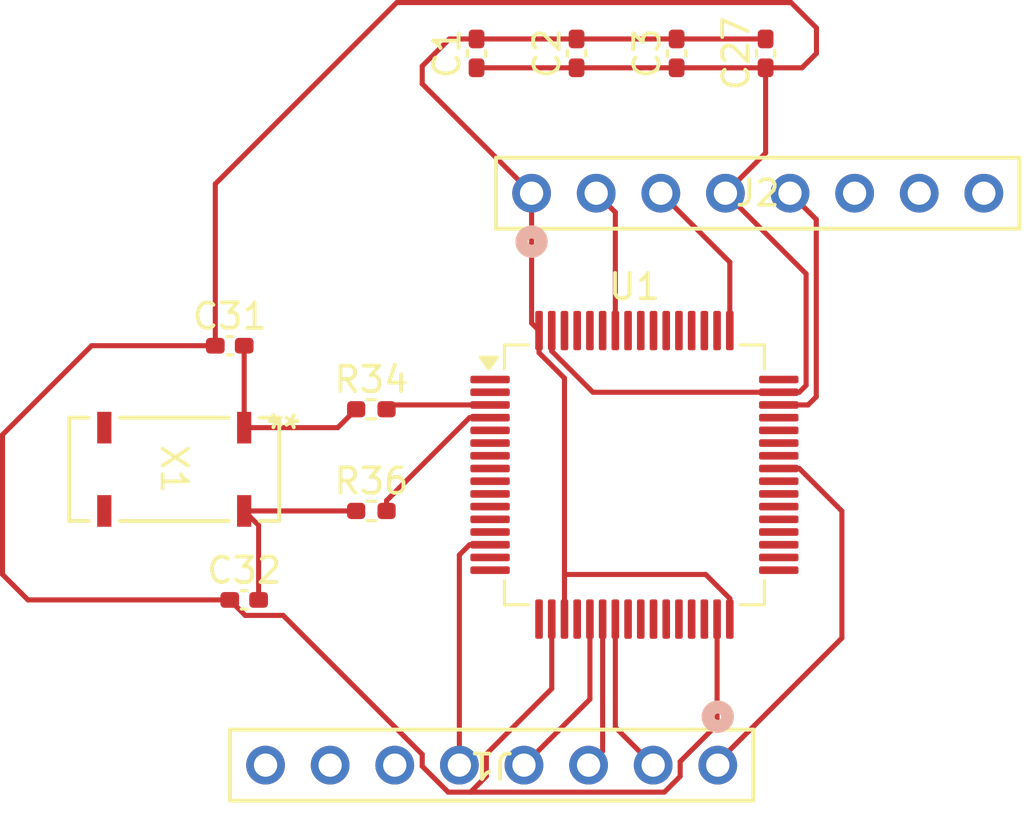
<source format=kicad_pcb>
(kicad_pcb (version 20240108) (generator "pcbnew") (generator_version "8.0")
  (layers (0 "F.Cu" signal) (31 "B.Cu" signal) (34 "B.Paste" user) (35 "F.Paste" user) (36 "B.SilkS" user "B.Silkscreen") (37 "F.SilkS" user "F.Silkscreen") (38 "B.Mask" user) (39 "F.Mask" user) (44 "Edge.Cuts" user))
  (net 0 "")
  (net 1 "GND")
  (net 2 "Net-(C31-Pad2)")
  (net 3 "Net-(C32-Pad2)")
  (net 4 "/GPIO_EXTIO")
  (net 5 "/SCK")
  (net 7 "/TX_TP")
  (net 8 "/MISO")
  (net 9 "/MOSI")
  (net 12 "/SWDIO")
  (net 13 "/SWCLK")
  (net 14 "/SPI1_NSS")
  (net 18 "Net-(U1-PC14)")
  (net 19 "Net-(U1-PC15)")
  (net 69 "/<NO NET>")
  (footprint "Capacitor_SMD:C_0402_1005Metric_Pad0.74x0.62mm_HandSolder" (layer "F.Cu") (at 150 74 90)
    (property "Reference" "C27" (at 0 -1.16 -90) (layer "F.SilkS"))
    (property "Value" "100n")
    (fp_line (start -0.115835 -0.36) (end 0.115835 -0.36) (stroke (width 0.12)) (layer "F.SilkS"))
    (fp_line (start -0.115835 0.36) (end 0.115835 0.36) (stroke (width 0.12)) (layer "F.SilkS"))
    (pad "1" smd roundrect (at -0.5675 0 90) (size 0.735 0.62) (layers "F.Cu" "F.Paste" "F.Mask") (net 1 "GND"))
    (pad "2" smd roundrect (at 0.5675 0 90) (size 0.735 0.62) (layers "F.Cu" "F.Paste" "F.Mask") (net 69 "/<NO NET>"))
  )
  (footprint "Resistor_SMD:R_0402_1005Metric_Pad0.72x0.64mm_HandSolder" (layer "F.Cu") (at 134.5 92)
    (property "Reference" "R36" (at 0 -1.17 0) (layer "F.SilkS"))
    (property "Value" "0")
    (fp_line (start -0.167621 -0.38) (end 0.167621 -0.38) (stroke (width 0.12)) (layer "F.SilkS"))
    (fp_line (start -0.167621 0.38) (end 0.167621 0.38) (stroke (width 0.12)) (layer "F.SilkS"))
    (pad "1" smd roundrect (at -0.5975 0) (size 0.715 0.64) (layers "F.Cu" "F.Paste" "F.Mask") (net 3 "Net-(C32-Pad2)"))
    (pad "2" smd roundrect (at 0.5975 0) (size 0.715 0.64) (layers "F.Cu" "F.Paste" "F.Mask") (net 19 "Net-(U1-PC15)"))
  )
  (footprint "Capacitor_SMD:C_0402_1005Metric_Pad0.74x0.62mm_HandSolder" (layer "F.Cu") (at 128.9325 85.5)
    (property "Reference" "C31" (at 0 -1.16 0) (layer "F.SilkS"))
    (property "Value" "4.3p")
    (fp_line (start -0.115835 -0.36) (end 0.115835 -0.36) (stroke (width 0.12)) (layer "F.SilkS"))
    (fp_line (start -0.115835 0.36) (end 0.115835 0.36) (stroke (width 0.12)) (layer "F.SilkS"))
    (pad "1" smd roundrect (at -0.5675 0) (size 0.735 0.62) (layers "F.Cu" "F.Paste" "F.Mask") (net 1 "GND"))
    (pad "2" smd roundrect (at 0.5675 0) (size 0.735 0.62) (layers "F.Cu" "F.Paste" "F.Mask") (net 2 "Net-(C31-Pad2)"))
  )
  (footprint "Capacitor_SMD:C_0402_1005Metric_Pad0.74x0.62mm_HandSolder" (layer "F.Cu") (at 142.5675 74 90)
    (property "Reference" "C2" (at 0 -1.16 -90) (layer "F.SilkS"))
    (property "Value" "100n")
    (fp_line (start -0.115835 -0.36) (end 0.115835 -0.36) (stroke (width 0.12)) (layer "F.SilkS"))
    (fp_line (start -0.115835 0.36) (end 0.115835 0.36) (stroke (width 0.12)) (layer "F.SilkS"))
    (pad "1" smd roundrect (at -0.5675 0 90) (size 0.735 0.62) (layers "F.Cu" "F.Paste" "F.Mask") (net 1 "GND"))
    (pad "2" smd roundrect (at 0.5675 0 90) (size 0.735 0.62) (layers "F.Cu" "F.Paste" "F.Mask") (net 69 "/<NO NET>"))
  )
  (footprint "Capacitor_SMD:C_0402_1005Metric_Pad0.74x0.62mm_HandSolder" (layer "F.Cu") (at 146.5 74 90)
    (property "Reference" "C3" (at 0 -1.16 -90) (layer "F.SilkS"))
    (property "Value" "100n")
    (fp_line (start -0.115835 -0.36) (end 0.115835 -0.36) (stroke (width 0.12)) (layer "F.SilkS"))
    (fp_line (start -0.115835 0.36) (end 0.115835 0.36) (stroke (width 0.12)) (layer "F.SilkS"))
    (pad "1" smd roundrect (at -0.5675 0 90) (size 0.735 0.62) (layers "F.Cu" "F.Paste" "F.Mask") (net 1 "GND"))
    (pad "2" smd roundrect (at 0.5675 0 90) (size 0.735 0.62) (layers "F.Cu" "F.Paste" "F.Mask") (net 69 "/<NO NET>"))
  )
  (footprint "Package_QFP:LQFP-64_10x10mm_P0.5mm" (layer "F.Cu") (at 144.8425 90.58)
    (property "Reference" "U1" (at 0 -7.4 0) (layer "F.SilkS"))
    (property "Value" "STM32L476RGTx")
    (fp_line (start -5.11 -5.11) (end -5.11 -4.16) (stroke (width 0.12)) (layer "F.SilkS"))
    (fp_line (start -5.11 5.11) (end -5.11 4.16) (stroke (width 0.12)) (layer "F.SilkS"))
    (fp_line (start -4.16 -5.11) (end -5.11 -5.11) (stroke (width 0.12)) (layer "F.SilkS"))
    (fp_line (start -4.16 5.11) (end -5.11 5.11) (stroke (width 0.12)) (layer "F.SilkS"))
    (fp_line (start 4.16 -5.11) (end 5.11 -5.11) (stroke (width 0.12)) (layer "F.SilkS"))
    (fp_line (start 4.16 5.11) (end 5.11 5.11) (stroke (width 0.12)) (layer "F.SilkS"))
    (fp_line (start 5.11 -5.11) (end 5.11 -4.16) (stroke (width 0.12)) (layer "F.SilkS"))
    (fp_line (start 5.11 5.11) (end 5.11 4.16) (stroke (width 0.12)) (layer "F.SilkS"))
    (fp_poly (pts (xy -5.725 -4.16) (xy -6.065 -4.63) (xy -5.385 -4.63) (xy -5.725 -4.16)) (stroke (width 0.12)) (fill solid) (layer "F.SilkS"))
    (pad "1" smd roundrect (at -5.675 -3.75) (size 1.55 0.3) (layers "F.Cu" "F.Paste" "F.Mask"))
    (pad "2" smd roundrect (at -5.675 -3.25) (size 1.55 0.3) (layers "F.Cu" "F.Paste" "F.Mask"))
    (pad "3" smd roundrect (at -5.675 -2.75) (size 1.55 0.3) (layers "F.Cu" "F.Paste" "F.Mask") (net 18 "Net-(U1-PC14)"))
    (pad "4" smd roundrect (at -5.675 -2.25) (size 1.55 0.3) (layers "F.Cu" "F.Paste" "F.Mask") (net 19 "Net-(U1-PC15)"))
    (pad "5" smd roundrect (at -5.675 -1.75) (size 1.55 0.3) (layers "F.Cu" "F.Paste" "F.Mask"))
    (pad "6" smd roundrect (at -5.675 -1.25) (size 1.55 0.3) (layers "F.Cu" "F.Paste" "F.Mask"))
    (pad "7" smd roundrect (at -5.675 -0.75) (size 1.55 0.3) (layers "F.Cu" "F.Paste" "F.Mask"))
    (pad "8" smd roundrect (at -5.675 -0.25) (size 1.55 0.3) (layers "F.Cu" "F.Paste" "F.Mask"))
    (pad "9" smd roundrect (at -5.675 0.25) (size 1.55 0.3) (layers "F.Cu" "F.Paste" "F.Mask"))
    (pad "10" smd roundrect (at -5.675 0.75) (size 1.55 0.3) (layers "F.Cu" "F.Paste" "F.Mask"))
    (pad "11" smd roundrect (at -5.675 1.25) (size 1.55 0.3) (layers "F.Cu" "F.Paste" "F.Mask"))
    (pad "12" smd roundrect (at -5.675 1.75) (size 1.55 0.3) (layers "F.Cu" "F.Paste" "F.Mask"))
    (pad "13" smd roundrect (at -5.675 2.25) (size 1.55 0.3) (layers "F.Cu" "F.Paste" "F.Mask"))
    (pad "14" smd roundrect (at -5.675 2.75) (size 1.55 0.3) (layers "F.Cu" "F.Paste" "F.Mask") (net 4 "/GPIO_EXTIO"))
    (pad "15" smd roundrect (at -5.675 3.25) (size 1.55 0.3) (layers "F.Cu" "F.Paste" "F.Mask"))
    (pad "16" smd roundrect (at -5.675 3.75) (size 1.55 0.3) (layers "F.Cu" "F.Paste" "F.Mask"))
    (pad "17" smd roundrect (at -3.75 5.675) (size 0.3 1.55) (layers "F.Cu" "F.Paste" "F.Mask"))
    (pad "18" smd roundrect (at -3.25 5.675) (size 0.3 1.55) (layers "F.Cu" "F.Paste" "F.Mask") (net 1 "GND"))
    (pad "19" smd roundrect (at -2.75 5.675) (size 0.3 1.55) (layers "F.Cu" "F.Paste" "F.Mask") (net 69 "/<NO NET>"))
    (pad "20" smd roundrect (at -2.25 5.675) (size 0.3 1.55) (layers "F.Cu" "F.Paste" "F.Mask"))
    (pad "21" smd roundrect (at -1.75 5.675) (size 0.3 1.55) (layers "F.Cu" "F.Paste" "F.Mask") (net 5 "/SCK"))
    (pad "22" smd roundrect (at -1.25 5.675) (size 0.3 1.55) (layers "F.Cu" "F.Paste" "F.Mask") (net 8 "/MISO"))
    (pad "23" smd roundrect (at -0.75 5.675) (size 0.3 1.55) (layers "F.Cu" "F.Paste" "F.Mask") (net 9 "/MOSI"))
    (pad "24" smd roundrect (at -0.25 5.675) (size 0.3 1.55) (layers "F.Cu" "F.Paste" "F.Mask"))
    (pad "25" smd roundrect (at 0.25 5.675) (size 0.3 1.55) (layers "F.Cu" "F.Paste" "F.Mask"))
    (pad "26" smd roundrect (at 0.75 5.675) (size 0.3 1.55) (layers "F.Cu" "F.Paste" "F.Mask"))
    (pad "27" smd roundrect (at 1.25 5.675) (size 0.3 1.55) (layers "F.Cu" "F.Paste" "F.Mask"))
    (pad "28" smd roundrect (at 1.75 5.675) (size 0.3 1.55) (layers "F.Cu" "F.Paste" "F.Mask"))
    (pad "29" smd roundrect (at 2.25 5.675) (size 0.3 1.55) (layers "F.Cu" "F.Paste" "F.Mask"))
    (pad "30" smd roundrect (at 2.75 5.675) (size 0.3 1.55) (layers "F.Cu" "F.Paste" "F.Mask"))
    (pad "31" smd roundrect (at 3.25 5.675) (size 0.3 1.55) (layers "F.Cu" "F.Paste" "F.Mask") (net 1 "GND"))
    (pad "32" smd roundrect (at 3.75 5.675) (size 0.3 1.55) (layers "F.Cu" "F.Paste" "F.Mask") (net 69 "/<NO NET>"))
    (pad "33" smd roundrect (at 5.675 3.75) (size 1.55 0.3) (layers "F.Cu" "F.Paste" "F.Mask"))
    (pad "34" smd roundrect (at 5.675 3.25) (size 1.55 0.3) (layers "F.Cu" "F.Paste" "F.Mask"))
    (pad "35" smd roundrect (at 5.675 2.75) (size 1.55 0.3) (layers "F.Cu" "F.Paste" "F.Mask"))
    (pad "36" smd roundrect (at 5.675 2.25) (size 1.55 0.3) (layers "F.Cu" "F.Paste" "F.Mask"))
    (pad "37" smd roundrect (at 5.675 1.75) (size 1.55 0.3) (layers "F.Cu" "F.Paste" "F.Mask"))
    (pad "38" smd roundrect (at 5.675 1.25) (size 1.55 0.3) (layers "F.Cu" "F.Paste" "F.Mask"))
    (pad "39" smd roundrect (at 5.675 0.75) (size 1.55 0.3) (layers "F.Cu" "F.Paste" "F.Mask"))
    (pad "40" smd roundrect (at 5.675 0.25) (size 1.55 0.3) (layers "F.Cu" "F.Paste" "F.Mask"))
    (pad "41" smd roundrect (at 5.675 -0.25) (size 1.55 0.3) (layers "F.Cu" "F.Paste" "F.Mask") (net 7 "/TX_TP"))
    (pad "42" smd roundrect (at 5.675 -0.75) (size 1.55 0.3) (layers "F.Cu" "F.Paste" "F.Mask"))
    (pad "43" smd roundrect (at 5.675 -1.25) (size 1.55 0.3) (layers "F.Cu" "F.Paste" "F.Mask"))
    (pad "44" smd roundrect (at 5.675 -1.75) (size 1.55 0.3) (layers "F.Cu" "F.Paste" "F.Mask"))
    (pad "45" smd roundrect (at 5.675 -2.25) (size 1.55 0.3) (layers "F.Cu" "F.Paste" "F.Mask"))
    (pad "46" smd roundrect (at 5.675 -2.75) (size 1.55 0.3) (layers "F.Cu" "F.Paste" "F.Mask") (net 12 "/SWDIO"))
    (pad "47" smd roundrect (at 5.675 -3.25) (size 1.55 0.3) (layers "F.Cu" "F.Paste" "F.Mask") (net 1 "GND"))
    (pad "48" smd roundrect (at 5.675 -3.75) (size 1.55 0.3) (layers "F.Cu" "F.Paste" "F.Mask"))
    (pad "49" smd roundrect (at 3.75 -5.675) (size 0.3 1.55) (layers "F.Cu" "F.Paste" "F.Mask") (net 13 "/SWCLK"))
    (pad "50" smd roundrect (at 3.25 -5.675) (size 0.3 1.55) (layers "F.Cu" "F.Paste" "F.Mask"))
    (pad "51" smd roundrect (at 2.75 -5.675) (size 0.3 1.55) (layers "F.Cu" "F.Paste" "F.Mask"))
    (pad "52" smd roundrect (at 2.25 -5.675) (size 0.3 1.55) (layers "F.Cu" "F.Paste" "F.Mask"))
    (pad "53" smd roundrect (at 1.75 -5.675) (size 0.3 1.55) (layers "F.Cu" "F.Paste" "F.Mask"))
    (pad "54" smd roundrect (at 1.25 -5.675) (size 0.3 1.55) (layers "F.Cu" "F.Paste" "F.Mask"))
    (pad "55" smd roundrect (at 0.75 -5.675) (size 0.3 1.55) (layers "F.Cu" "F.Paste" "F.Mask"))
    (pad "56" smd roundrect (at 0.25 -5.675) (size 0.3 1.55) (layers "F.Cu" "F.Paste" "F.Mask"))
    (pad "57" smd roundrect (at -0.25 -5.675) (size 0.3 1.55) (layers "F.Cu" "F.Paste" "F.Mask"))
    (pad "58" smd roundrect (at -0.75 -5.675) (size 0.3 1.55) (layers "F.Cu" "F.Paste" "F.Mask") (net 14 "/SPI1_NSS"))
    (pad "59" smd roundrect (at -1.25 -5.675) (size 0.3 1.55) (layers "F.Cu" "F.Paste" "F.Mask"))
    (pad "60" smd roundrect (at -1.75 -5.675) (size 0.3 1.55) (layers "F.Cu" "F.Paste" "F.Mask"))
    (pad "61" smd roundrect (at -2.25 -5.675) (size 0.3 1.55) (layers "F.Cu" "F.Paste" "F.Mask"))
    (pad "62" smd roundrect (at -2.75 -5.675) (size 0.3 1.55) (layers "F.Cu" "F.Paste" "F.Mask"))
    (pad "63" smd roundrect (at -3.25 -5.675) (size 0.3 1.55) (layers "F.Cu" "F.Paste" "F.Mask") (net 1 "GND"))
    (pad "64" smd roundrect (at -3.75 -5.675) (size 0.3 1.55) (layers "F.Cu" "F.Paste" "F.Mask") (net 69 "/<NO NET>"))
  )
  (footprint "Resistor_SMD:R_0402_1005Metric_Pad0.72x0.64mm_HandSolder" (layer "F.Cu") (at 134.5 88)
    (property "Reference" "R34" (at 0 -1.17 0) (layer "F.SilkS"))
    (property "Value" "0")
    (fp_line (start -0.167621 -0.38) (end 0.167621 -0.38) (stroke (width 0.12)) (layer "F.SilkS"))
    (fp_line (start -0.167621 0.38) (end 0.167621 0.38) (stroke (width 0.12)) (layer "F.SilkS"))
    (pad "1" smd roundrect (at -0.5975 0) (size 0.715 0.64) (layers "F.Cu" "F.Paste" "F.Mask") (net 2 "Net-(C31-Pad2)"))
    (pad "2" smd roundrect (at 0.5975 0) (size 0.715 0.64) (layers "F.Cu" "F.Paste" "F.Mask") (net 18 "Net-(U1-PC14)"))
  )
  (footprint "Crystal:X_ABS25_ABR" (layer "F.Cu") (at 126.75 90.3617 -90)
    (property "Reference" "X1" (at 0 0 -90) (layer "F.SilkS"))
    (property "Value" "ABS25-32.768KHZ-6-T")
    (fp_line (start -2.032 4.1275) (end 2.032 4.1275) (stroke (width 0.1524)) (layer "F.SilkS"))
    (fp_line (start 2.032 4.1275) (end 2.032 3.36214) (stroke (width 0.1524)) (layer "F.SilkS"))
    (fp_line (start -2.032 3.36214) (end -2.032 4.1275) (stroke (width 0.1524)) (layer "F.SilkS"))
    (fp_line (start 2.032 2.13786) (end 2.032 -2.13786) (stroke (width 0.1524)) (layer "F.SilkS"))
    (fp_line (start -2.032 -2.13786) (end -2.032 2.13786) (stroke (width 0.1524)) (layer "F.SilkS"))
    (fp_line (start 2.032 -3.36214) (end 2.032 -4.1275) (stroke (width 0.1524)) (layer "F.SilkS"))
    (fp_line (start -2.032 -4.1275) (end -2.032 -3.36214) (stroke (width 0.1524)) (layer "F.SilkS"))
    (fp_line (start 2.032 -4.1275) (end -2.032 -4.1275) (stroke (width 0.1524)) (layer "F.SilkS"))
    (fp_text user "*" (at -1.8923 -4.2994 -90) (layer "F.SilkS"))
    (fp_text user "*" (at -1.8923 -4.2994 -90) (layer "F.SilkS"))
    (pad "1" smd rect (at -1.6383 -2.75 270) (size 1.2446 0.5588) (layers "F.Cu" "F.Paste" "F.Mask") (net 2 "Net-(C31-Pad2)"))
    (pad "2" smd rect (at -1.6383 2.75 270) (size 1.2446 0.5588) (layers "F.Cu" "F.Paste" "F.Mask"))
    (pad "3" smd rect (at 1.6383 2.75 270) (size 1.2446 0.5588) (layers "F.Cu" "F.Paste" "F.Mask"))
    (pad "4" smd rect (at 1.6383 -2.75 270) (size 1.2446 0.5588) (layers "F.Cu" "F.Paste" "F.Mask") (net 3 "Net-(C32-Pad2)"))
  )
  (footprint "Capacitor_SMD:C_0402_1005Metric_Pad0.74x0.62mm_HandSolder" (layer "F.Cu") (at 129.5 95.5)
    (property "Reference" "C32" (at 0 -1.16 0) (layer "F.SilkS"))
    (property "Value" "4.3p")
    (fp_line (start -0.115835 -0.36) (end 0.115835 -0.36) (stroke (width 0.12)) (layer "F.SilkS"))
    (fp_line (start -0.115835 0.36) (end 0.115835 0.36) (stroke (width 0.12)) (layer "F.SilkS"))
    (pad "1" smd roundrect (at -0.5675 0) (size 0.735 0.62) (layers "F.Cu" "F.Paste" "F.Mask") (net 1 "GND"))
    (pad "2" smd roundrect (at 0.5675 0) (size 0.735 0.62) (layers "F.Cu" "F.Paste" "F.Mask") (net 3 "Net-(C32-Pad2)"))
  )
  (footprint "Header_Connector:CON8_1X8_TUC_HTS_SAI" (layer "F.Cu") (at 139.23 102 180)
    (property "Reference" "J1" (at 0 0 180) (layer "F.SilkS"))
    (property "Value" "TS-108-T-A-1")
    (fp_circle (center -8.89 1.905) (end -8.509 1.905) (stroke (width 0.508)) (fill none) (layer "B.SilkS"))
    (fp_line (start 10.287 1.397) (end 10.287 -1.397) (stroke (width 0.1524)) (layer "F.SilkS"))
    (fp_line (start 10.287 -1.397) (end -10.287 -1.397) (stroke (width 0.1524)) (layer "F.SilkS"))
    (fp_line (start -10.287 1.397) (end 10.287 1.397) (stroke (width 0.1524)) (layer "F.SilkS"))
    (fp_line (start -10.287 -1.397) (end -10.287 1.397) (stroke (width 0.1524)) (layer "F.SilkS"))
    (fp_circle (center -8.89 1.905) (end -8.509 1.905) (stroke (width 0.508)) (fill none) (layer "F.SilkS"))
    (pad "1" thru_hole circle (at -8.89 0 270) (size 1.524 1.524) (drill 0.9144) (layers "*.Cu" "*.Mask") (net 7 "/TX_TP"))
    (pad "2" thru_hole circle (at -6.35 0 270) (size 1.524 1.524) (drill 0.9144) (layers "*.Cu" "*.Mask") (net 9 "/MOSI"))
    (pad "3" thru_hole circle (at -3.81 0 270) (size 1.524 1.524) (drill 0.9144) (layers "*.Cu" "*.Mask") (net 8 "/MISO"))
    (pad "4" thru_hole circle (at -1.27 0 270) (size 1.524 1.524) (drill 0.9144) (layers "*.Cu" "*.Mask") (net 5 "/SCK"))
    (pad "5" thru_hole circle (at 1.27 0 270) (size 1.524 1.524) (drill 0.9144) (layers "*.Cu" "*.Mask") (net 4 "/GPIO_EXTIO"))
    (pad "6" thru_hole circle (at 3.81 0 270) (size 1.524 1.524) (drill 0.9144) (layers "*.Cu" "*.Mask"))
    (pad "7" thru_hole circle (at 6.35 0 270) (size 1.524 1.524) (drill 0.9144) (layers "*.Cu" "*.Mask"))
    (pad "8" thru_hole circle (at 8.89 0 270) (size 1.524 1.524) (drill 0.9144) (layers "*.Cu" "*.Mask"))
  )
  (footprint "Header_Connector:CON8_1X8_TUC_HTS_SAI" (layer "F.Cu") (at 149.69 79.5)
    (property "Reference" "J2" (at 0 0 0) (layer "F.SilkS"))
    (property "Value" "TS-108-T-A-1")
    (fp_circle (center -8.89 1.905) (end -8.509 1.905) (stroke (width 0.508)) (fill none) (layer "B.SilkS"))
    (fp_line (start -10.287 -1.397) (end -10.287 1.397) (stroke (width 0.1524)) (layer "F.SilkS"))
    (fp_line (start -10.287 1.397) (end 10.287 1.397) (stroke (width 0.1524)) (layer "F.SilkS"))
    (fp_line (start 10.287 -1.397) (end -10.287 -1.397) (stroke (width 0.1524)) (layer "F.SilkS"))
    (fp_line (start 10.287 1.397) (end 10.287 -1.397) (stroke (width 0.1524)) (layer "F.SilkS"))
    (fp_circle (center -8.89 1.905) (end -8.509 1.905) (stroke (width 0.508)) (fill none) (layer "F.SilkS"))
    (pad "1" thru_hole circle (at -8.89 0 90) (size 1.524 1.524) (drill 0.9144) (layers "*.Cu" "*.Mask") (net 69 "/<NO NET>"))
    (pad "2" thru_hole circle (at -6.35 0 90) (size 1.524 1.524) (drill 0.9144) (layers "*.Cu" "*.Mask") (net 14 "/SPI1_NSS"))
    (pad "3" thru_hole circle (at -3.81 0 90) (size 1.524 1.524) (drill 0.9144) (layers "*.Cu" "*.Mask") (net 13 "/SWCLK"))
    (pad "4" thru_hole circle (at -1.27 0 90) (size 1.524 1.524) (drill 0.9144) (layers "*.Cu" "*.Mask") (net 1 "GND"))
    (pad "5" thru_hole circle (at 1.27 0 90) (size 1.524 1.524) (drill 0.9144) (layers "*.Cu" "*.Mask") (net 12 "/SWDIO"))
    (pad "6" thru_hole circle (at 3.81 0 90) (size 1.524 1.524) (drill 0.9144) (layers "*.Cu" "*.Mask"))
    (pad "7" thru_hole circle (at 6.35 0 90) (size 1.524 1.524) (drill 0.9144) (layers "*.Cu" "*.Mask"))
    (pad "8" thru_hole circle (at 8.89 0 90) (size 1.524 1.524) (drill 0.9144) (layers "*.Cu" "*.Mask"))
  )
  (footprint "Capacitor_SMD:C_0402_1005Metric_Pad0.74x0.62mm_HandSolder" (layer "F.Cu") (at 138.635 74 90)
    (property "Reference" "C1" (at 0 -1.16 -90) (layer "F.SilkS"))
    (property "Value" "100n")
    (fp_line (start -0.115835 -0.36) (end 0.115835 -0.36) (stroke (width 0.12)) (layer "F.SilkS"))
    (fp_line (start -0.115835 0.36) (end 0.115835 0.36) (stroke (width 0.12)) (layer "F.SilkS"))
    (pad "1" smd roundrect (at -0.5675 0 90) (size 0.735 0.62) (layers "F.Cu" "F.Paste" "F.Mask") (net 1 "GND"))
    (pad "2" smd roundrect (at 0.5675 0 90) (size 0.735 0.62) (layers "F.Cu" "F.Paste" "F.Mask") (net 69 "/<NO NET>"))
  )
  (segment (start 139.022 101.560105) (end 139.022 102.439895) (width 0.2) (layer "F.Cu") (net 1))
  (segment (start 123.5 85.5) (end 120 89) (width 0.2) (layer "F.Cu") (net 1))
  (segment (start 135.5 72) (end 128.365 79.135) (width 0.2) (layer "F.Cu") (net 1))
  (segment (start 151.32491 87.33) (end 150.5175 87.33) (width 0.2) (layer "F.Cu") (net 1))
  (segment (start 138.399895 103.062) (end 137.520105 103.062) (width 0.2) (layer "F.Cu") (net 1))
  (segment (start 148.0925 96.255) (end 148.0925 100.4075) (width 0.2) (layer "F.Cu") (net 1))
  (segment (start 137.520105 103.062) (end 136.5 102.041895) (width 0.2) (layer "F.Cu") (net 1))
  (segment (start 131.031895 96.11) (end 129.5425 96.11) (width 0.2) (layer "F.Cu") (net 1))
  (segment (start 120 89) (end 120 94.5) (width 0.2) (layer "F.Cu") (net 1))
  (segment (start 128.365 79.135) (end 128.365 85.5) (width 0.2) (layer "F.Cu") (net 1))
  (segment (start 151.5925 82.6725) (end 151.5925 87.06241) (width 0.2) (layer "F.Cu") (net 1))
  (segment (start 150 77.92) (end 148.42 79.5) (width 0.2) (layer "F.Cu") (net 1))
  (segment (start 148.42 79.5) (end 151.5925 82.6725) (width 0.2) (layer "F.Cu") (net 1))
  (segment (start 141.5925 96.255) (end 141.5925 98.989605) (width 0.2) (layer "F.Cu") (net 1))
  (segment (start 151.5925 87.06241) (end 151.32491 87.33) (width 0.2) (layer "F.Cu") (net 1))
  (segment (start 146.019895 103.062) (end 138.399895 103.062) (width 0.2) (layer "F.Cu") (net 1))
  (segment (start 148.0925 100.4075) (end 146.642 101.858) (width 0.2) (layer "F.Cu") (net 1))
  (segment (start 121 95.5) (end 128.9325 95.5) (width 0.2) (layer "F.Cu") (net 1))
  (segment (start 151 72) (end 135.5 72) (width 0.2) (layer "F.Cu") (net 1))
  (segment (start 151.4325 74.5675) (end 152 74) (width 0.2) (layer "F.Cu") (net 1))
  (segment (start 141.5925 84.905) (end 141.5925 85.71241) (width 0.2) (layer "F.Cu") (net 1))
  (segment (start 146.642 101.858) (end 146.642 102.439895) (width 0.2) (layer "F.Cu") (net 1))
  (segment (start 141.5925 98.989605) (end 139.022 101.560105) (width 0.2) (layer "F.Cu") (net 1))
  (segment (start 141.5925 85.71241) (end 143.21009 87.33) (width 0.2) (layer "F.Cu") (net 1))
  (segment (start 136.5 101.578105) (end 131.031895 96.11) (width 0.2) (layer "F.Cu") (net 1))
  (segment (start 152 74) (end 152 73) (width 0.2) (layer "F.Cu") (net 1))
  (segment (start 142.5675 74.5675) (end 146.5 74.5675) (width 0.2) (layer "F.Cu") (net 1))
  (segment (start 138.635 74.5675) (end 142.5675 74.5675) (width 0.2) (layer "F.Cu") (net 1))
  (segment (start 129.5425 96.11) (end 128.9325 95.5) (width 0.2) (layer "F.Cu") (net 1))
  (segment (start 150 74.5675) (end 151.4325 74.5675) (width 0.2) (layer "F.Cu") (net 1))
  (segment (start 120 94.5) (end 121 95.5) (width 0.2) (layer "F.Cu") (net 1))
  (segment (start 146.642 102.439895) (end 146.019895 103.062) (width 0.2) (layer "F.Cu") (net 1))
  (segment (start 136.5 102.041895) (end 136.5 101.578105) (width 0.2) (layer "F.Cu") (net 1))
  (segment (start 143.21009 87.33) (end 150.5175 87.33) (width 0.2) (layer "F.Cu") (net 1))
  (segment (start 128.365 85.5) (end 123.5 85.5) (width 0.2) (layer "F.Cu") (net 1))
  (segment (start 152 73) (end 151 72) (width 0.2) (layer "F.Cu") (net 1))
  (segment (start 139.022 102.439895) (end 138.399895 103.062) (width 0.2) (layer "F.Cu") (net 1))
  (segment (start 150 74.5675) (end 150 77.92) (width 0.2) (layer "F.Cu") (net 1))
  (segment (start 146.5 74.5675) (end 150 74.5675) (width 0.2) (layer "F.Cu") (net 1))
  (segment (start 129.5 85.5) (end 129.5 88.7234) (width 0.2) (layer "F.Cu") (net 2))
  (segment (start 129.5 88.7234) (end 133.1791 88.7234) (width 0.2) (layer "F.Cu") (net 2))
  (segment (start 133.1791 88.7234) (end 133.9025 88) (width 0.2) (layer "F.Cu") (net 2))
  (segment (start 129.5 92) (end 133.9025 92) (width 0.2) (layer "F.Cu") (net 3))
  (segment (start 130.0675 92.5675) (end 130.0675 95.5) (width 0.2) (layer "F.Cu") (net 3))
  (segment (start 129.5 92) (end 130.0675 92.5675) (width 0.2) (layer "F.Cu") (net 3))
  (segment (start 138.36009 93.33) (end 139.1675 93.33) (width 0.2) (layer "F.Cu") (net 4))
  (segment (start 137.96 102) (end 137.96 93.73009) (width 0.2) (layer "F.Cu") (net 4))
  (segment (start 137.96 93.73009) (end 138.36009 93.33) (width 0.2) (layer "F.Cu") (net 4))
  (segment (start 143.0925 99.4075) (end 143.0925 96.255) (width 0.2) (layer "F.Cu") (net 5))
  (segment (start 140.5 102) (end 143.0925 99.4075) (width 0.2) (layer "F.Cu") (net 5))
  (segment (start 153 97) (end 153 92.00509) (width 0.2) (layer "F.Cu") (net 7))
  (segment (start 151.32491 90.33) (end 150.5175 90.33) (width 0.2) (layer "F.Cu") (net 7))
  (segment (start 148 102) (end 153 97) (width 0.2) (layer "F.Cu") (net 7))
  (segment (start 148.12 102) (end 148 102) (width 0.2) (layer "F.Cu") (net 7))
  (segment (start 153 92.00509) (end 151.32491 90.33) (width 0.2) (layer "F.Cu") (net 7))
  (segment (start 143.04 102) (end 143.5925 101.4475) (width 0.2) (layer "F.Cu") (net 8))
  (segment (start 143.5925 101.4475) (end 143.5925 96.255) (width 0.2) (layer "F.Cu") (net 8))
  (segment (start 145.58 102) (end 144.0925 100.5125) (width 0.2) (layer "F.Cu") (net 9))
  (segment (start 144.0925 100.5125) (end 144.0925 96.255) (width 0.2) (layer "F.Cu") (net 9))
  (segment (start 151.9925 80.5325) (end 151.9925 87.5075) (width 0.2) (layer "F.Cu") (net 12))
  (segment (start 151.9925 87.5075) (end 151.67 87.83) (width 0.2) (layer "F.Cu") (net 12))
  (segment (start 151.67 87.83) (end 150.5175 87.83) (width 0.2) (layer "F.Cu") (net 12))
  (segment (start 150.96 79.5) (end 151.9925 80.5325) (width 0.2) (layer "F.Cu") (net 12))
  (segment (start 148.5925 82.2125) (end 148.5925 84.905) (width 0.2) (layer "F.Cu") (net 13))
  (segment (start 145.88 79.5) (end 148.5925 82.2125) (width 0.2) (layer "F.Cu") (net 13))
  (segment (start 143.34 79.5) (end 144.0925 80.2525) (width 0.2) (layer "F.Cu") (net 14))
  (segment (start 144.0925 80.2525) (end 144.0925 84.905) (width 0.2) (layer "F.Cu") (net 14))
  (segment (start 135.2675 87.83) (end 135.0975 88) (width 0.2) (layer "F.Cu") (net 18))
  (segment (start 139.1675 87.83) (end 135.2675 87.83) (width 0.2) (layer "F.Cu") (net 18))
  (segment (start 135.0975 92) (end 135.0975 91.59259) (width 0.2) (layer "F.Cu") (net 19))
  (segment (start 138.36009 88.33) (end 139.1675 88.33) (width 0.2) (layer "F.Cu") (net 19))
  (segment (start 135.0975 91.59259) (end 138.36009 88.33) (width 0.2) (layer "F.Cu") (net 19))
  (segment (start 140.8 84.6125) (end 141.0925 84.905) (width 0.2) (layer "F.Cu") (net 69))
  (segment (start 148.5925 96.255) (end 148.5925 95.44759) (width 0.2) (layer "F.Cu") (net 69))
  (segment (start 140.8 79.5) (end 136.5 75.2) (width 0.2) (layer "F.Cu") (net 69))
  (segment (start 136.5 75.2) (end 136.5 74.5) (width 0.2) (layer "F.Cu") (net 69))
  (segment (start 146.5 73.4325) (end 150 73.4325) (width 0.2) (layer "F.Cu") (net 69))
  (segment (start 140.8 79.5) (end 140.8 84.6125) (width 0.2) (layer "F.Cu") (net 69))
  (segment (start 138.635 73.4325) (end 142.5675 73.4325) (width 0.2) (layer "F.Cu") (net 69))
  (segment (start 142.0925 86.778096) (end 142.0925 94.5) (width 0.2) (layer "F.Cu") (net 69))
  (segment (start 137.5675 73.4325) (end 138.635 73.4325) (width 0.2) (layer "F.Cu") (net 69))
  (segment (start 142.5675 73.4325) (end 146.5 73.4325) (width 0.2) (layer "F.Cu") (net 69))
  (segment (start 147.64491 94.5) (end 142.0925 94.5) (width 0.2) (layer "F.Cu") (net 69))
  (segment (start 136.5 74.5) (end 137.5675 73.4325) (width 0.2) (layer "F.Cu") (net 69))
  (segment (start 148.5925 95.44759) (end 147.64491 94.5) (width 0.2) (layer "F.Cu") (net 69))
  (segment (start 141.0925 85.778096) (end 142.0925 86.778096) (width 0.2) (layer "F.Cu") (net 69))
  (segment (start 141.0925 84.905) (end 141.0925 85.778096) (width 0.2) (layer "F.Cu") (net 69))
  (segment (start 142.0925 94.5) (end 142.0925 96.255) (width 0.2) (layer "F.Cu") (net 69))
)
</source>
